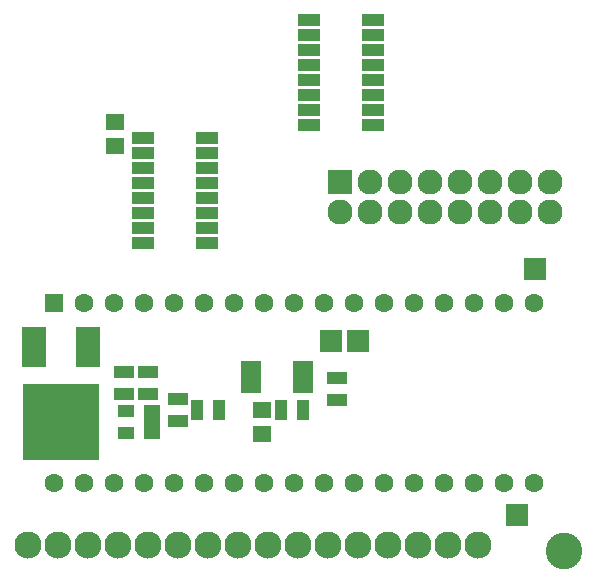
<source format=gts>
G04 #@! TF.FileFunction,Soldermask,Top*
%FSLAX46Y46*%
G04 Gerber Fmt 4.6, Leading zero omitted, Abs format (unit mm)*
G04 Created by KiCad (PCBNEW 4.0.2-4+6225~38~ubuntu14.04.1-stable) date Wed 23 Mar 2016 11:06:54 GMT*
%MOMM*%
G01*
G04 APERTURE LIST*
%ADD10C,0.100000*%
%ADD11R,1.924000X1.924000*%
%ADD12R,1.700000X1.100000*%
%ADD13R,1.800000X0.700000*%
%ADD14R,1.460000X1.050000*%
%ADD15R,2.127200X2.127200*%
%ADD16O,2.127200X2.127200*%
%ADD17R,1.650000X1.400000*%
%ADD18R,1.900000X1.000000*%
%ADD19R,2.051000X3.448000*%
%ADD20R,6.496000X6.496000*%
%ADD21R,1.100000X1.700000*%
%ADD22C,1.600000*%
%ADD23R,1.600000X1.600000*%
%ADD24C,2.300000*%
%ADD25C,3.100000*%
G04 APERTURE END LIST*
D10*
D11*
X127508000Y-134112000D03*
X125984000Y-154940000D03*
X112522000Y-140208000D03*
X110236000Y-140208000D03*
D12*
X110744000Y-145222000D03*
X110744000Y-143322000D03*
D13*
X103464000Y-142256000D03*
X103464000Y-142756000D03*
X103464000Y-143256000D03*
X103464000Y-143756000D03*
X103464000Y-144256000D03*
X107864000Y-144256000D03*
X107864000Y-143756000D03*
X107864000Y-143256000D03*
X107864000Y-142756000D03*
X107864000Y-142256000D03*
D14*
X95080000Y-148016000D03*
X95080000Y-147066000D03*
X95080000Y-146116000D03*
X92880000Y-146116000D03*
X92880000Y-148016000D03*
D15*
X110998000Y-126746000D03*
D16*
X110998000Y-129286000D03*
X113538000Y-126746000D03*
X113538000Y-129286000D03*
X116078000Y-126746000D03*
X116078000Y-129286000D03*
X118618000Y-126746000D03*
X118618000Y-129286000D03*
X121158000Y-126746000D03*
X121158000Y-129286000D03*
X123698000Y-126746000D03*
X123698000Y-129286000D03*
X126238000Y-126746000D03*
X126238000Y-129286000D03*
X128778000Y-126746000D03*
X128778000Y-129286000D03*
D17*
X91948000Y-121666000D03*
X91948000Y-123666000D03*
D18*
X108392000Y-113030000D03*
X108392000Y-114300000D03*
X108392000Y-115570000D03*
X108392000Y-116840000D03*
X108392000Y-118110000D03*
X108392000Y-119380000D03*
X108392000Y-120650000D03*
X108392000Y-121920000D03*
X113792000Y-121920000D03*
X113792000Y-120650000D03*
X113792000Y-119380000D03*
X113792000Y-118110000D03*
X113792000Y-116840000D03*
X113792000Y-115570000D03*
X113792000Y-114300000D03*
X113792000Y-113030000D03*
X94328000Y-123063000D03*
X94328000Y-124333000D03*
X94328000Y-125603000D03*
X94328000Y-126873000D03*
X94328000Y-128143000D03*
X94328000Y-129413000D03*
X94328000Y-130683000D03*
X94328000Y-131953000D03*
X99728000Y-131953000D03*
X99728000Y-130683000D03*
X99728000Y-129413000D03*
X99728000Y-128143000D03*
X99728000Y-126873000D03*
X99728000Y-125603000D03*
X99728000Y-124333000D03*
X99728000Y-123063000D03*
D17*
X104394000Y-146066000D03*
X104394000Y-148066000D03*
D19*
X89662000Y-140716000D03*
D20*
X87376000Y-147066000D03*
D19*
X85090000Y-140716000D03*
D21*
X105984000Y-146050000D03*
X107884000Y-146050000D03*
X98872000Y-146050000D03*
X100772000Y-146050000D03*
D12*
X94742000Y-144714000D03*
X94742000Y-142814000D03*
X92710000Y-142814000D03*
X92710000Y-144714000D03*
X97282000Y-145100000D03*
X97282000Y-147000000D03*
D22*
X86812000Y-152256000D03*
X89352000Y-152256000D03*
X91892000Y-152256000D03*
X94432000Y-152256000D03*
X96972000Y-152256000D03*
X99512000Y-152256000D03*
X102052000Y-152256000D03*
X104592000Y-152256000D03*
X107132000Y-152256000D03*
X109672000Y-152256000D03*
X112212000Y-152256000D03*
X114752000Y-152256000D03*
X117292000Y-152256000D03*
X119832000Y-152256000D03*
X122372000Y-152256000D03*
X124912000Y-152256000D03*
X127452000Y-152256000D03*
D23*
X86812000Y-137016000D03*
D22*
X89352000Y-137016000D03*
X91892000Y-137016000D03*
X94432000Y-137016000D03*
X96972000Y-137016000D03*
X99512000Y-137016000D03*
X102052000Y-137016000D03*
X104592000Y-137016000D03*
X107132000Y-137016000D03*
X109672000Y-137016000D03*
X112212000Y-137016000D03*
X114752000Y-137016000D03*
X117292000Y-137016000D03*
X119832000Y-137016000D03*
X122372000Y-137016000D03*
X124912000Y-137016000D03*
X127452000Y-137016000D03*
D24*
X122682000Y-157480000D03*
X120142000Y-157480000D03*
X117602000Y-157480000D03*
X115062000Y-157480000D03*
X112522000Y-157480000D03*
X109982000Y-157480000D03*
X107442000Y-157480000D03*
X104902000Y-157480000D03*
X102362000Y-157480000D03*
X99822000Y-157480000D03*
X97282000Y-157480000D03*
X94742000Y-157480000D03*
X92202000Y-157480000D03*
X89662000Y-157480000D03*
X87122000Y-157480000D03*
X84582000Y-157480000D03*
D25*
X129982000Y-157980000D03*
M02*

</source>
